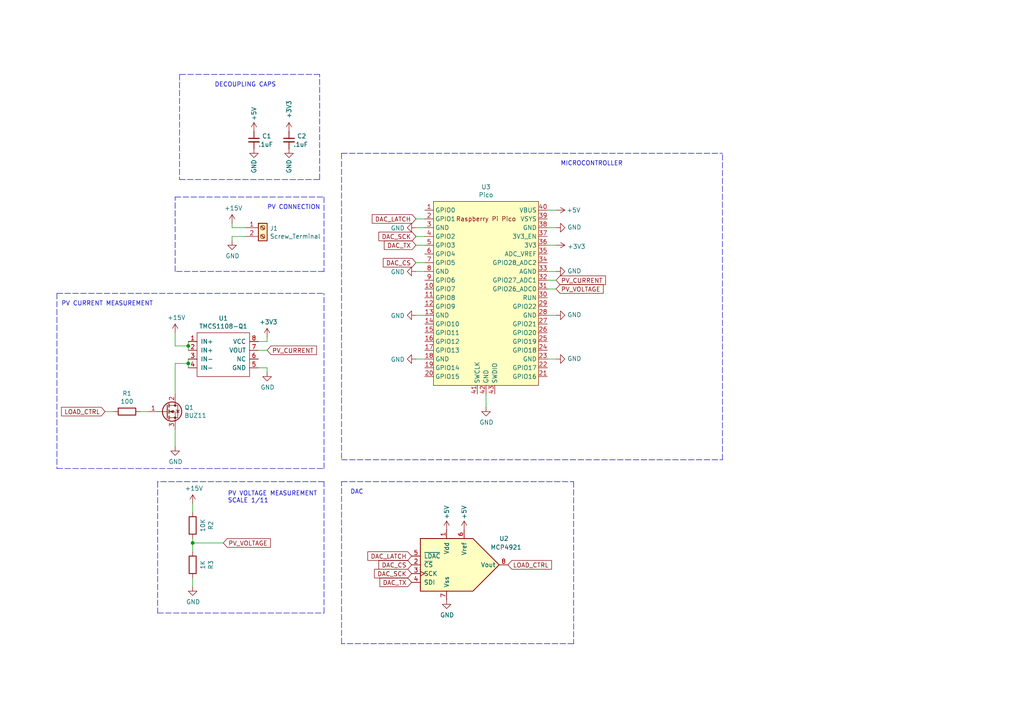
<source format=kicad_sch>
(kicad_sch (version 20211123) (generator eeschema)
  (paper "A4")
  (lib_symbols
    (symbol "00myparts:TMCS1108-Q1" (pin_names (offset 1.016))
      (property "Reference" "U" (at 0 10.16 0))
      (property "Value" "00myparts_TMCS1108-Q1" (at 0 7.62 0))
      (symbol "TMCS1108-Q1_0_1"
        (rectangle (start -7.62 6.35) (end 7.62 -6.35))
      )
      (symbol "TMCS1108-Q1_1_1"
        (pin input line (at -10.16 3.81 0) (length 2.54) (name "IN+") (number "1"))
        (pin input line (at -10.16 1.27 0) (length 2.54) (name "IN+") (number "2"))
        (pin input line (at -10.16 -1.27 0) (length 2.54) (name "IN-") (number "3"))
        (pin input line (at -10.16 -3.81 0) (length 2.54) (name "IN-") (number "4"))
        (pin input line (at 10.16 -3.81 180) (length 2.54) (name "GND") (number "5"))
        (pin input line (at 10.16 -1.27 180) (length 2.54) (name "NC") (number "6"))
        (pin input line (at 10.16 1.27 180) (length 2.54) (name "VOUT") (number "7"))
        (pin input line (at 10.16 3.81 180) (length 2.54) (name "VCC") (number "8"))
      )
    )
    (symbol "Analog_DAC:MCP4921" (pin_names (offset 1.016))
      (property "Reference" "U" (at 6.35 10.795 0))
      (property "Value" "MCP4921" (at 6.35 8.89 0))
      (symbol "MCP4921_0_0"
        (polyline (pts (xy 15.24 0) (xy 7.62 7.62) (xy -7.62 7.62) (xy -7.62 -7.62) (xy 7.62 -7.62) (xy 15.24 0)) (stroke (width 0.254)) (fill (type background)))
      )
      (symbol "MCP4921_1_1"
        (pin power_in line (at 0 10.16 270) (length 2.54) (name "Vdd") (number "1"))
        (pin input line (at -10.16 0 0) (length 2.54) (name "~{CS}") (number "2"))
        (pin input clock (at -10.16 -2.54 0) (length 2.54) (name "SCK") (number "3"))
        (pin input line (at -10.16 -5.08 0) (length 2.54) (name "SDI") (number "4"))
        (pin input line (at -10.16 2.54 0) (length 2.54) (name "~{LDAC}") (number "5"))
        (pin power_in line (at 5.08 10.16 270) (length 2.54) (name "Vref") (number "6"))
        (pin power_in line (at 0 -10.16 90) (length 2.54) (name "Vss") (number "7"))
        (pin output line (at 17.78 0 180) (length 2.54) (name "Vout") (number "8"))
      )
    )
    (symbol "Connector:Screw_Terminal_01x02" (pin_names (offset 1.016) hide)
      (property "Reference" "J" (at 0 2.54 0))
      (property "Value" "Screw_Terminal_01x02" (at 0 -5.08 0))
      (symbol "Screw_Terminal_01x02_1_1"
        (rectangle (start -1.27 1.27) (end 1.27 -3.81) (stroke (width 0.254)) (fill (type background)))
        (circle (center 0 -2.54) (radius 0.635) (stroke (width 0.1524)))
        (polyline (pts (xy -0.5334 -2.2098) (xy 0.3302 -3.048)) (stroke (width 0.1524)))
        (polyline (pts (xy -0.5334 0.3302) (xy 0.3302 -0.508)) (stroke (width 0.1524)))
        (polyline (pts (xy -0.3556 -2.032) (xy 0.508 -2.8702)) (stroke (width 0.1524)))
        (polyline (pts (xy -0.3556 0.508) (xy 0.508 -0.3302)) (stroke (width 0.1524)))
        (circle (center 0 0) (radius 0.635) (stroke (width 0.1524)))
        (pin passive line (at -5.08 0 0) (length 3.81) (name "Pin_1") (number "1"))
        (pin passive line (at -5.08 -2.54 0) (length 3.81) (name "Pin_2") (number "2"))
      )
    )
    (symbol "Device:C_Small" (pin_numbers hide) (pin_names (offset 0.254) hide)
      (property "Reference" "C" (at 0.254 1.778 0))
      (property "Value" "C_Small" (at 0.254 -2.032 0))
      (symbol "C_Small_0_1"
        (polyline (pts (xy -1.524 -0.508) (xy 1.524 -0.508)) (stroke (width 0.3302)))
        (polyline (pts (xy -1.524 0.508) (xy 1.524 0.508)) (stroke (width 0.3048)))
      )
      (symbol "C_Small_1_1"
        (pin passive line (at 0 2.54 270) (length 2.032) (name "~") (number "1"))
        (pin passive line (at 0 -2.54 90) (length 2.032) (name "~") (number "2"))
      )
    )
    (symbol "Device:R" (pin_numbers hide) (pin_names (offset 0))
      (property "Reference" "R" (at 2.032 0 90))
      (property "Value" "R" (at 0 0 90))
      (symbol "R_0_1"
        (rectangle (start -1.016 -2.54) (end 1.016 2.54) (stroke (width 0.254)))
      )
      (symbol "R_1_1"
        (pin passive line (at 0 3.81 270) (length 1.27) (name "~") (number "1"))
        (pin passive line (at 0 -3.81 90) (length 1.27) (name "~") (number "2"))
      )
    )
    (symbol "MCU_RaspberryPi_and_Boards:Pico"
      (property "Reference" "U" (at -13.97 27.94 0))
      (property "Value" "MCU_RaspberryPi_and_Boards_Pico" (at 0 19.05 0))
      (symbol "Pico_0_0"
        (text "Raspberry Pi Pico" (at 0 21.59 0) (effects (font (size 1.27 1.27))))
      )
      (symbol "Pico_0_1"
        (rectangle (start -15.24 26.67) (end 15.24 -26.67) (fill (type background)))
      )
      (symbol "Pico_1_1"
        (pin bidirectional line (at -17.78 24.13 0) (length 2.54) (name "GPIO0") (number "1"))
        (pin bidirectional line (at -17.78 1.27 0) (length 2.54) (name "GPIO7") (number "10"))
        (pin bidirectional line (at -17.78 -1.27 0) (length 2.54) (name "GPIO8") (number "11"))
        (pin bidirectional line (at -17.78 -3.81 0) (length 2.54) (name "GPIO9") (number "12"))
        (pin power_in line (at -17.78 -6.35 0) (length 2.54) (name "GND") (number "13"))
        (pin bidirectional line (at -17.78 -8.89 0) (length 2.54) (name "GPIO10") (number "14"))
        (pin bidirectional line (at -17.78 -11.43 0) (length 2.54) (name "GPIO11") (number "15"))
        (pin bidirectional line (at -17.78 -13.97 0) (length 2.54) (name "GPIO12") (number "16"))
        (pin bidirectional line (at -17.78 -16.51 0) (length 2.54) (name "GPIO13") (number "17"))
        (pin power_in line (at -17.78 -19.05 0) (length 2.54) (name "GND") (number "18"))
        (pin bidirectional line (at -17.78 -21.59 0) (length 2.54) (name "GPIO14") (number "19"))
        (pin bidirectional line (at -17.78 21.59 0) (length 2.54) (name "GPIO1") (number "2"))
        (pin bidirectional line (at -17.78 -24.13 0) (length 2.54) (name "GPIO15") (number "20"))
        (pin bidirectional line (at 17.78 -24.13 180) (length 2.54) (name "GPIO16") (number "21"))
        (pin bidirectional line (at 17.78 -21.59 180) (length 2.54) (name "GPIO17") (number "22"))
        (pin power_in line (at 17.78 -19.05 180) (length 2.54) (name "GND") (number "23"))
        (pin bidirectional line (at 17.78 -16.51 180) (length 2.54) (name "GPIO18") (number "24"))
        (pin bidirectional line (at 17.78 -13.97 180) (length 2.54) (name "GPIO19") (number "25"))
        (pin bidirectional line (at 17.78 -11.43 180) (length 2.54) (name "GPIO20") (number "26"))
        (pin bidirectional line (at 17.78 -8.89 180) (length 2.54) (name "GPIO21") (number "27"))
        (pin power_in line (at 17.78 -6.35 180) (length 2.54) (name "GND") (number "28"))
        (pin bidirectional line (at 17.78 -3.81 180) (length 2.54) (name "GPIO22") (number "29"))
        (pin power_in line (at -17.78 19.05 0) (length 2.54) (name "GND") (number "3"))
        (pin input line (at 17.78 -1.27 180) (length 2.54) (name "RUN") (number "30"))
        (pin bidirectional line (at 17.78 1.27 180) (length 2.54) (name "GPIO26_ADC0") (number "31"))
        (pin bidirectional line (at 17.78 3.81 180) (length 2.54) (name "GPIO27_ADC1") (number "32"))
        (pin power_in line (at 17.78 6.35 180) (length 2.54) (name "AGND") (number "33"))
        (pin bidirectional line (at 17.78 8.89 180) (length 2.54) (name "GPIO28_ADC2") (number "34"))
        (pin power_in line (at 17.78 11.43 180) (length 2.54) (name "ADC_VREF") (number "35"))
        (pin power_in line (at 17.78 13.97 180) (length 2.54) (name "3V3") (number "36"))
        (pin input line (at 17.78 16.51 180) (length 2.54) (name "3V3_EN") (number "37"))
        (pin bidirectional line (at 17.78 19.05 180) (length 2.54) (name "GND") (number "38"))
        (pin power_in line (at 17.78 21.59 180) (length 2.54) (name "VSYS") (number "39"))
        (pin bidirectional line (at -17.78 16.51 0) (length 2.54) (name "GPIO2") (number "4"))
        (pin power_in line (at 17.78 24.13 180) (length 2.54) (name "VBUS") (number "40"))
        (pin input line (at -2.54 -29.21 90) (length 2.54) (name "SWCLK") (number "41"))
        (pin power_in line (at 0 -29.21 90) (length 2.54) (name "GND") (number "42"))
        (pin bidirectional line (at 2.54 -29.21 90) (length 2.54) (name "SWDIO") (number "43"))
        (pin bidirectional line (at -17.78 13.97 0) (length 2.54) (name "GPIO3") (number "5"))
        (pin bidirectional line (at -17.78 11.43 0) (length 2.54) (name "GPIO4") (number "6"))
        (pin bidirectional line (at -17.78 8.89 0) (length 2.54) (name "GPIO5") (number "7"))
        (pin power_in line (at -17.78 6.35 0) (length 2.54) (name "GND") (number "8"))
        (pin bidirectional line (at -17.78 3.81 0) (length 2.54) (name "GPIO6") (number "9"))
      )
    )
    (symbol "Transistor_FET:BUZ11" (pin_names hide)
      (property "Reference" "Q" (at 6.35 1.905 0))
      (property "Value" "BUZ11" (at 6.35 0 0))
      (symbol "BUZ11_0_1"
        (polyline (pts (xy 0.254 0) (xy -2.54 0)))
        (polyline (pts (xy 0.254 1.905) (xy 0.254 -1.905)) (stroke (width 0.254)))
        (polyline (pts (xy 0.762 -1.27) (xy 0.762 -2.286)) (stroke (width 0.254)))
        (polyline (pts (xy 0.762 0.508) (xy 0.762 -0.508)) (stroke (width 0.254)))
        (polyline (pts (xy 0.762 2.286) (xy 0.762 1.27)) (stroke (width 0.254)))
        (polyline (pts (xy 2.54 2.54) (xy 2.54 1.778)))
        (polyline (pts (xy 2.54 -2.54) (xy 2.54 0) (xy 0.762 0)))
        (polyline (pts (xy 0.762 -1.778) (xy 3.302 -1.778) (xy 3.302 1.778) (xy 0.762 1.778)))
        (polyline (pts (xy 1.016 0) (xy 2.032 0.381) (xy 2.032 -0.381) (xy 1.016 0)) (fill (type outline)))
        (polyline (pts (xy 2.794 0.508) (xy 2.921 0.381) (xy 3.683 0.381) (xy 3.81 0.254)))
        (polyline (pts (xy 3.302 0.381) (xy 2.921 -0.254) (xy 3.683 -0.254) (xy 3.302 0.381)))
        (circle (center 1.651 0) (radius 2.794) (stroke (width 0.254)))
        (circle (center 2.54 -1.778) (radius 0.254) (fill (type outline)))
        (circle (center 2.54 1.778) (radius 0.254) (fill (type outline)))
      )
      (symbol "BUZ11_1_1"
        (pin input line (at -5.08 0 0) (length 2.54) (name "G") (number "1"))
        (pin passive line (at 2.54 5.08 270) (length 2.54) (name "D") (number "2"))
        (pin passive line (at 2.54 -5.08 90) (length 2.54) (name "S") (number "3"))
      )
    )
    (symbol "power:+15V" (power) (pin_names (offset 0))
      (property "Value" "+15V" (at 0 3.556 0))
      (symbol "+15V_0_1"
        (polyline (pts (xy -0.762 1.27) (xy 0 2.54)))
        (polyline (pts (xy 0 0) (xy 0 2.54)))
        (polyline (pts (xy 0 2.54) (xy 0.762 1.27)))
      )
      (symbol "+15V_1_1"
        (pin power_in line (at 0 0 90) (length 0) hide (name "+15V") (number "1"))
      )
    )
    (symbol "power:+3.3V" (power) (pin_names (offset 0))
      (property "Value" "+3.3V" (at 0 3.556 0))
      (symbol "+3.3V_0_1"
        (polyline (pts (xy -0.762 1.27) (xy 0 2.54)))
        (polyline (pts (xy 0 0) (xy 0 2.54)))
        (polyline (pts (xy 0 2.54) (xy 0.762 1.27)))
      )
      (symbol "+3.3V_1_1"
        (pin power_in line (at 0 0 90) (length 0) hide (name "+3V3") (number "1"))
      )
    )
    (symbol "power:+5V" (power) (pin_names (offset 0))
      (property "Value" "+5V" (at 0 3.556 0))
      (symbol "+5V_0_1"
        (polyline (pts (xy -0.762 1.27) (xy 0 2.54)))
        (polyline (pts (xy 0 0) (xy 0 2.54)))
        (polyline (pts (xy 0 2.54) (xy 0.762 1.27)))
      )
      (symbol "+5V_1_1"
        (pin power_in line (at 0 0 90) (length 0) hide (name "+5V") (number "1"))
      )
    )
    (symbol "power:GND" (power) (pin_names (offset 0))
      (property "Value" "GND" (at 0 -3.81 0))
      (symbol "GND_0_1"
        (polyline (pts (xy 0 0) (xy 0 -1.27) (xy 1.27 -1.27) (xy 0 -2.54) (xy -1.27 -1.27) (xy 0 -1.27)))
      )
      (symbol "GND_1_1"
        (pin power_in line (at 0 0 270) (length 0) hide (name "GND") (number "1"))
      )
    )
  )
  (junction (at 55.88 157.48))
  (junction (at 54.61 105.41))
  (junction (at 54.61 100.33))
  (wire (pts (xy 158.75 91.44) (xy 161.29 91.44)))
  (polyline (pts (xy 16.51 85.09) (xy 93.98 85.09)))
  (wire (pts (xy 55.88 157.48) (xy 55.88 160.02)))
  (wire (pts (xy 158.75 81.28) (xy 161.29 81.28)))
  (wire (pts (xy 54.61 105.41) (xy 50.8 105.41)))
  (wire (pts (xy 54.61 100.33) (xy 54.61 101.6)))
  (wire (pts (xy 50.8 124.46) (xy 50.8 129.54)))
  (wire (pts (xy 71.12 68.58) (xy 67.31 68.58)))
  (wire (pts (xy 77.47 106.68) (xy 77.47 107.95)))
  (polyline (pts (xy 99.06 44.45) (xy 209.55 44.45)))
  (wire (pts (xy 71.12 66.04) (xy 67.31 66.04)))
  (polyline (pts (xy 50.8 57.15) (xy 93.98 57.15)))
  (polyline (pts (xy 93.98 78.74) (xy 50.8 78.74)))
  (polyline (pts (xy 16.51 135.89) (xy 93.98 135.89)))
  (wire (pts (xy 55.88 156.21) (xy 55.88 157.48)))
  (wire (pts (xy 50.8 96.52) (xy 50.8 100.33)))
  (polyline (pts (xy 166.37 139.7) (xy 166.37 186.69)))
  (wire (pts (xy 77.47 99.06) (xy 77.47 97.79)))
  (wire (pts (xy 120.65 104.14) (xy 123.19 104.14)))
  (wire (pts (xy 158.75 71.12) (xy 161.29 71.12)))
  (wire (pts (xy 54.61 104.14) (xy 54.61 105.41)))
  (polyline (pts (xy 209.55 133.35) (xy 209.55 44.45)))
  (wire (pts (xy 74.93 99.06) (xy 77.47 99.06)))
  (wire (pts (xy 123.19 71.12) (xy 120.65 71.12)))
  (wire (pts (xy 74.93 101.6) (xy 77.47 101.6)))
  (polyline (pts (xy 93.98 57.15) (xy 93.98 78.74)))
  (wire (pts (xy 161.29 66.04) (xy 158.75 66.04)))
  (wire (pts (xy 40.64 119.38) (xy 43.18 119.38)))
  (wire (pts (xy 67.31 68.58) (xy 67.31 69.85)))
  (polyline (pts (xy 45.72 139.7) (xy 45.72 177.8)))
  (polyline (pts (xy 166.37 186.69) (xy 99.06 186.69)))
  (wire (pts (xy 54.61 99.06) (xy 54.61 100.33)))
  (polyline (pts (xy 52.07 21.59) (xy 52.07 52.07)))
  (wire (pts (xy 161.29 104.14) (xy 158.75 104.14)))
  (wire (pts (xy 120.65 91.44) (xy 123.19 91.44)))
  (polyline (pts (xy 50.8 78.74) (xy 50.8 57.15)))
  (wire (pts (xy 123.19 76.2) (xy 120.65 76.2)))
  (polyline (pts (xy 45.72 177.8) (xy 93.98 177.8)))
  (polyline (pts (xy 92.71 52.07) (xy 92.71 21.59)))
  (wire (pts (xy 33.02 119.38) (xy 30.48 119.38)))
  (polyline (pts (xy 99.06 44.45) (xy 99.06 133.35)))
  (wire (pts (xy 50.8 105.41) (xy 50.8 114.3)))
  (wire (pts (xy 140.97 114.3) (xy 140.97 118.11)))
  (wire (pts (xy 161.29 60.96) (xy 158.75 60.96)))
  (wire (pts (xy 54.61 105.41) (xy 54.61 106.68)))
  (wire (pts (xy 50.8 100.33) (xy 54.61 100.33)))
  (wire (pts (xy 120.65 78.74) (xy 123.19 78.74)))
  (wire (pts (xy 120.65 66.04) (xy 123.19 66.04)))
  (polyline (pts (xy 99.06 133.35) (xy 209.55 133.35)))
  (wire (pts (xy 55.88 167.64) (xy 55.88 170.18)))
  (wire (pts (xy 123.19 68.58) (xy 120.65 68.58)))
  (polyline (pts (xy 16.51 85.09) (xy 16.51 135.89)))
  (polyline (pts (xy 99.06 139.7) (xy 166.37 139.7)))
  (wire (pts (xy 64.77 157.48) (xy 55.88 157.48)))
  (polyline (pts (xy 92.71 21.59) (xy 52.07 21.59)))
  (wire (pts (xy 123.19 63.5) (xy 120.65 63.5)))
  (polyline (pts (xy 93.98 135.89) (xy 93.98 85.09)))
  (polyline (pts (xy 99.06 186.69) (xy 99.06 139.7)))
  (wire (pts (xy 158.75 78.74) (xy 161.29 78.74)))
  (polyline (pts (xy 93.98 177.8) (xy 93.98 139.7)))
  (wire (pts (xy 74.93 106.68) (xy 77.47 106.68)))
  (polyline (pts (xy 93.98 139.7) (xy 45.72 139.7)))
  (polyline (pts (xy 52.07 52.07) (xy 92.71 52.07)))
  (wire (pts (xy 55.88 146.05) (xy 55.88 148.59)))
  (wire (pts (xy 67.31 66.04) (xy 67.31 64.77)))
  (wire (pts (xy 158.75 83.82) (xy 161.29 83.82)))
  (text "PV CURRENT MEASUREMENT" (at 17.78 88.9 0) (effects (font (size 1.27 1.27)) (justify left bottom)))
  (text "DAC" (at 101.6 143.51 0) (effects (font (size 1.27 1.27)) (justify left bottom)))
  (text "PV VOLTAGE MEASUREMENT\nSCALE 1/11" (at 66.04 146.05 0) (effects (font (size 1.27 1.27)) (justify left bottom)))
  (text "PV CONNECTION" (at 77.47 60.96 0) (effects (font (size 1.27 1.27)) (justify left bottom)))
  (text "MICROCONTROLLER" (at 162.56 48.26 0) (effects (font (size 1.27 1.27)) (justify left bottom)))
  (text "DECOUPLING CAPS" (at 62.23 25.4 0) (effects (font (size 1.27 1.27)) (justify left bottom)))
  (global_label "LOAD_CTRL" (shape input) (at 147.32 163.83 0) (property "Intersheet References" "${INTERSHEET_REFS}" (effects hide)))
  (global_label "PV_VOLTAGE" (shape input) (at 64.77 157.48 0) (property "Intersheet References" "${INTERSHEET_REFS}" (effects hide)))
  (global_label "DAC_TX" (shape input) (at 120.65 71.12 180) (property "Intersheet References" "${INTERSHEET_REFS}" (effects hide)))
  (global_label "DAC_CS" (shape input) (at 119.38 163.83 180) (property "Intersheet References" "${INTERSHEET_REFS}" (effects hide)))
  (global_label "PV_CURRENT" (shape input) (at 161.29 81.28 0) (property "Intersheet References" "${INTERSHEET_REFS}" (effects hide)))
  (global_label "LOAD_CTRL" (shape input) (at 30.48 119.38 180) (property "Intersheet References" "${INTERSHEET_REFS}" (effects hide)))
  (global_label "DAC_LATCH" (shape input) (at 119.38 161.29 180) (property "Intersheet References" "${INTERSHEET_REFS}" (effects hide)))
  (global_label "DAC_SCK" (shape input) (at 119.38 166.37 180) (property "Intersheet References" "${INTERSHEET_REFS}" (effects hide)))
  (global_label "PV_CURRENT" (shape input) (at 77.47 101.6 0) (property "Intersheet References" "${INTERSHEET_REFS}" (effects hide)))
  (global_label "PV_VOLTAGE" (shape input) (at 161.29 83.82 0) (property "Intersheet References" "${INTERSHEET_REFS}" (effects hide)))
  (global_label "DAC_TX" (shape input) (at 119.38 168.91 180) (property "Intersheet References" "${INTERSHEET_REFS}" (effects hide)))
  (global_label "DAC_SCK" (shape input) (at 120.65 68.58 180) (property "Intersheet References" "${INTERSHEET_REFS}" (effects hide)))
  (global_label "DAC_LATCH" (shape input) (at 120.65 63.5 180) (property "Intersheet References" "${INTERSHEET_REFS}" (effects hide)))
  (global_label "DAC_CS" (shape input) (at 120.65 76.2 180) (property "Intersheet References" "${INTERSHEET_REFS}" (effects hide)))
  (symbol (lib_id "Connector:Screw_Terminal_01x02") (at 76.2 66.04 0) (unit 1)
    (property "Reference" "J1" (at 78.232 66.2432 0) (effects (justify left)))
    (property "Value" "Screw_Terminal" (at 78.232 68.5546 0) (effects (justify left)))
    (property "Footprint" "Connector_Phoenix_GMSTB:PhoenixContact_GMSTBVA_2,5_2-G-7,62_1x02_P7.62mm_Vertical" (effects hide))
  )
  (symbol (lib_id "power:+15V") (at 67.31 64.77 0) (unit 1)
    (property "Reference" "#PWR03" (effects hide))
    (property "Value" "+15V" (at 67.691 60.3758 0))
  )
  (symbol (lib_id "Transistor_FET:BUZ11") (at 48.26 119.38 0) (unit 1)
    (property "Reference" "Q1" (at 53.467 118.2116 0) (effects (justify left)))
    (property "Value" "BUZ11" (at 53.467 120.523 0) (effects (justify left)))
    (property "Footprint" "Package_TO_SOT_THT:TO-220-3_Vertical" (effects hide))
    (property "Datasheet" "http://www.fairchildsemi.com/ds/BU/BUZ11.pdf" (effects hide))
  )
  (symbol (lib_id "power:+15V") (at 50.8 96.52 0) (unit 1)
    (property "Reference" "#PWR05" (effects hide))
    (property "Value" "+15V" (at 51.181 92.1258 0))
  )
  (symbol (lib_id "power:GND") (at 77.47 107.95 0) (unit 1)
    (property "Reference" "#PWR012" (effects hide))
    (property "Value" "GND" (at 77.597 112.3442 0))
  )
  (symbol (lib_id "power:GND") (at 67.31 69.85 0) (unit 1)
    (property "Reference" "#PWR04" (effects hide))
    (property "Value" "GND" (at 67.437 74.2442 0))
  )
  (symbol (lib_id "power:GND") (at 50.8 129.54 0) (unit 1)
    (property "Reference" "#PWR06" (effects hide))
    (property "Value" "GND" (at 50.927 133.9342 0))
  )
  (symbol (lib_id "Device:R") (at 55.88 152.4 180) (unit 1)
    (property "Reference" "R2" (at 61.1378 152.4 90))
    (property "Value" "10K" (at 58.8264 152.4 90))
    (property "Footprint" "Resistor_THT:R_Axial_DIN0204_L3.6mm_D1.6mm_P5.08mm_Horizontal" (effects hide))
  )
  (symbol (lib_id "Device:R") (at 55.88 163.83 180) (unit 1)
    (property "Reference" "R3" (at 61.1378 163.83 90))
    (property "Value" "1K" (at 58.8264 163.83 90))
    (property "Footprint" "Resistor_THT:R_Axial_DIN0204_L3.6mm_D1.6mm_P5.08mm_Horizontal" (effects hide))
  )
  (symbol (lib_id "power:GND") (at 55.88 170.18 0) (unit 1)
    (property "Reference" "#PWR02" (effects hide))
    (property "Value" "GND" (at 56.007 174.5742 0))
  )
  (symbol (lib_id "power:+15V") (at 55.88 146.05 0) (unit 1)
    (property "Reference" "#PWR01" (effects hide))
    (property "Value" "+15V" (at 56.261 141.6558 0))
  )
  (symbol (lib_id "00myparts:TMCS1108-Q1") (at 64.77 102.87 0) (unit 1)
    (property "Reference" "U1" (at 64.77 92.329 0))
    (property "Value" "TMCS1108-Q1" (at 64.77 94.6404 0))
    (property "Footprint" "Package_SO:SOIC-8_3.9x4.9mm_P1.27mm" (effects hide))
  )
  (symbol (lib_id "Device:C_Small") (at 83.82 40.64 0) (unit 1)
    (property "Reference" "C2" (at 86.1568 39.4716 0) (effects (justify left)))
    (property "Value" ".1uF" (at 85.09 41.91 0) (effects (justify left)))
    (property "Footprint" "Capacitor_THT:C_Disc_D5.0mm_W2.5mm_P5.00mm" (effects hide))
  )
  (symbol (lib_id "power:GND") (at 83.82 43.18 0) (unit 1)
    (property "Reference" "#PWR010" (effects hide))
    (property "Value" "GND" (at 83.82 48.26 90))
  )
  (symbol (lib_id "Device:R") (at 36.83 119.38 270) (unit 1)
    (property "Reference" "R1" (at 36.83 114.1222 90))
    (property "Value" "100" (at 36.83 116.4336 90))
    (property "Footprint" "Resistor_THT:R_Axial_DIN0204_L3.6mm_D1.6mm_P5.08mm_Horizontal" (effects hide))
  )
  (symbol (lib_id "MCU_RaspberryPi_and_Boards:Pico") (at 140.97 85.09 0) (unit 1)
    (property "Reference" "U3" (at 140.97 54.229 0))
    (property "Value" "Pico" (at 140.97 56.5404 0))
    (property "Footprint" "MCU_RaspberryPi_and_Boards:RPi_Pico_SMD_TH" (effects hide))
  )
  (symbol (lib_id "power:GND") (at 140.97 118.11 0) (unit 1)
    (property "Reference" "#PWR032" (effects hide))
    (property "Value" "GND" (at 141.097 122.5042 0))
  )
  (symbol (lib_id "power:GND") (at 161.29 104.14 90) (unit 1)
    (property "Reference" "#PWR038" (effects hide))
    (property "Value" "GND" (at 164.5412 104.013 90) (effects (justify right)))
  )
  (symbol (lib_id "power:GND") (at 120.65 104.14 270) (unit 1)
    (property "Reference" "#PWR031" (effects hide))
    (property "Value" "GND" (at 117.3988 104.267 90) (effects (justify right)))
  )
  (symbol (lib_id "power:GND") (at 120.65 91.44 270) (unit 1)
    (property "Reference" "#PWR030" (effects hide))
    (property "Value" "GND" (at 117.3988 91.567 90) (effects (justify right)))
  )
  (symbol (lib_id "power:GND") (at 120.65 66.04 270) (unit 1)
    (property "Reference" "#PWR028" (effects hide))
    (property "Value" "GND" (at 117.3988 66.167 90) (effects (justify right)))
  )
  (symbol (lib_id "power:GND") (at 120.65 78.74 270) (unit 1)
    (property "Reference" "#PWR029" (effects hide))
    (property "Value" "GND" (at 117.3988 78.867 90) (effects (justify right)))
  )
  (symbol (lib_id "power:GND") (at 161.29 66.04 90) (unit 1)
    (property "Reference" "#PWR034" (effects hide))
    (property "Value" "GND" (at 164.5412 65.913 90) (effects (justify right)))
  )
  (symbol (lib_id "power:GND") (at 161.29 78.74 90) (unit 1)
    (property "Reference" "#PWR036" (effects hide))
    (property "Value" "GND" (at 164.5412 78.613 90) (effects (justify right)))
  )
  (symbol (lib_id "power:GND") (at 161.29 91.44 90) (unit 1)
    (property "Reference" "#PWR037" (effects hide))
    (property "Value" "GND" (at 164.5412 91.313 90) (effects (justify right)))
  )
  (symbol (lib_id "power:+5V") (at 161.29 60.96 270) (unit 1)
    (property "Reference" "#PWR033" (effects hide))
    (property "Value" "+5V" (at 166.37 60.96 90))
  )
  (symbol (lib_id "power:+3.3V") (at 161.29 71.12 270) (unit 1)
    (property "Reference" "#PWR035" (effects hide))
    (property "Value" "+3.3V" (at 164.5412 71.501 90) (effects (justify left)))
  )
  (symbol (lib_id "power:+3.3V") (at 77.47 97.79 0) (unit 1)
    (property "Reference" "#PWR011" (effects hide))
    (property "Value" "+3.3V" (at 77.851 93.3958 0))
  )
  (symbol (lib_id "Analog_DAC:MCP4921") (at 129.54 163.83 0) (unit 1)
    (property "Reference" "U2" (at 144.78 156.21 0) (effects (justify left)))
    (property "Value" "MCP4921" (at 142.24 158.75 0) (effects (justify left)))
    (property "Footprint" "Package_SO:SOIC-8_3.9x4.9mm_P1.27mm" (effects hide))
    (property "Datasheet" "http://ww1.microchip.com/downloads/en/DeviceDoc/22248a.pdf" (effects hide))
  )
  (symbol (lib_id "power:+5V") (at 129.54 153.67 0) (unit 1)
    (property "Reference" "#PWR025" (effects hide))
    (property "Value" "+5V" (at 129.54 148.59 90))
  )
  (symbol (lib_id "power:+5V") (at 134.62 153.67 0) (unit 1)
    (property "Reference" "#PWR027" (effects hide))
    (property "Value" "+5V" (at 134.62 148.59 90))
  )
  (symbol (lib_id "power:GND") (at 129.54 173.99 0) (unit 1)
    (property "Reference" "#PWR026" (effects hide))
    (property "Value" "GND" (at 129.667 178.3842 0))
  )
  (symbol (lib_id "Device:C_Small") (at 73.66 40.64 0) (unit 1)
    (property "Reference" "C1" (at 75.9968 39.4716 0) (effects (justify left)))
    (property "Value" ".1uF" (at 74.93 41.91 0) (effects (justify left)))
    (property "Footprint" "Capacitor_THT:C_Disc_D5.0mm_W2.5mm_P5.00mm" (effects hide))
  )
  (symbol (lib_id "power:GND") (at 73.66 43.18 0) (unit 1)
    (property "Reference" "#PWR08" (effects hide))
    (property "Value" "GND" (at 73.66 48.26 90))
  )
  (symbol (lib_id "power:+5V") (at 73.66 38.1 0) (unit 1)
    (property "Reference" "#PWR07" (effects hide))
    (property "Value" "+5V" (at 73.66 33.02 90))
  )
  (symbol (lib_id "power:+3.3V") (at 83.82 38.1 0) (unit 1)
    (property "Reference" "#PWR09" (effects hide))
    (property "Value" "+3.3V" (at 83.82 31.75 90))
  )
)
</source>
